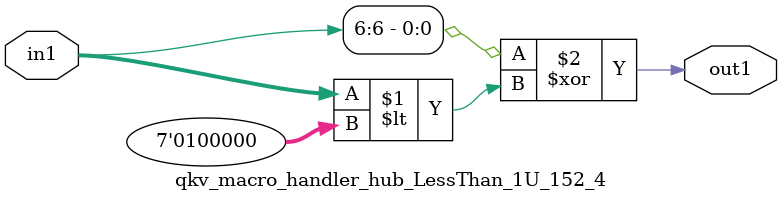
<source format=v>

`timescale 1ps / 1ps


module qkv_macro_handler_hub_LessThan_1U_152_4( in1, out1 );

    input [6:0] in1;
    output out1;

    
    // rtl_process:qkv_macro_handler_hub_LessThan_1U_152_4/qkv_macro_handler_hub_LessThan_1U_152_4_thread_1
    assign out1 = (in1[6] ^ in1 < 7'd032);

endmodule


</source>
